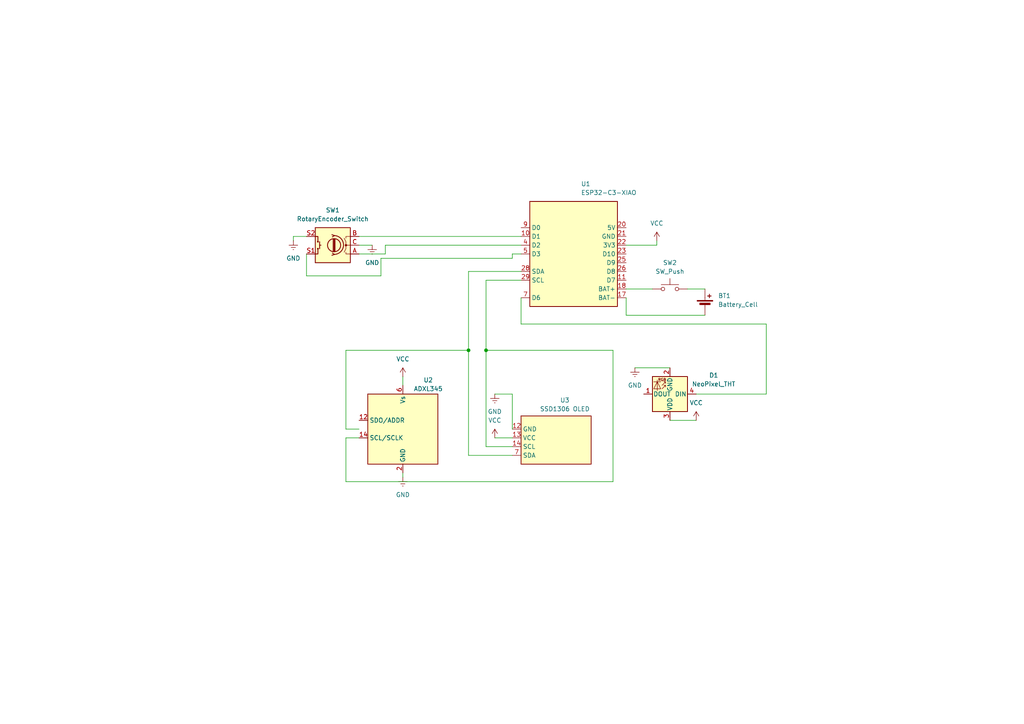
<source format=kicad_sch>
(kicad_sch (version 20250114) (generator "eeschema") (generator_version "9.0")
  (paper "A4")
  (lib_symbols
    (symbol "ADXL343_1"
      (property "Reference" "U3" (at 15.24 6.4202 0))
      (property "Value" "SSD1306 OLED" (at 15.24 3.8802 0))
      (symbol "ADXL343_1_0_1"
        (rectangle (start -10.16 6.35) (end 10.16 -7.62) (stroke (width 0.254)) (fill (type background)))
      )
      (symbol "ADXL343_1_1_1"
        (pin bidirectional line (at -12.7 2.54 0) (length 2.54) (name "GND") (number "12"))
        (pin bidirectional line (at -12.7 0 0) (length 2.54) (name "VCC") (number "13"))
        (pin input line (at -12.7 -2.54 0) (length 2.54) (name "SCL") (number "14"))
        (pin input line (at -12.7 -5.08 0) (length 2.54) (name "SDA") (number "7"))
        (pin no_connect line (at -5.08 -10.16 90) (length 2.54) (hide yes) (name "NC") (number "10"))
        (pin passive line (at 0 -10.16 90) (length 2.54) (hide yes) (name "GND") (number "4"))
        (pin passive line (at 0 -10.16 90) (length 2.54) (hide yes) (name "GND") (number "5"))
      )
    )
    (symbol "Device:Battery_Cell" (pin_numbers (hide yes)) (pin_names (offset 0) (hide yes))
      (property "Reference" "BT" (at 2.54 2.54 0))
      (property "Value" "Battery_Cell" (at 2.54 0 0))
      (symbol "Battery_Cell_0_1"
        (rectangle (start -2.286 1.778) (end 2.286 1.524) (fill (type outline)))
        (rectangle (start -1.524 1.016) (end 1.524 0.508) (fill (type outline)))
        (polyline (pts (xy 0 1.778) (xy 0 2.54)))
        (polyline (pts (xy 0 0.762) (xy 0 0)))
        (polyline (pts (xy 0.762 3.048) (xy 1.778 3.048)) (stroke (width 0.254)))
        (polyline (pts (xy 1.27 3.556) (xy 1.27 2.54)) (stroke (width 0.254)))
      )
      (symbol "Battery_Cell_1_1"
        (pin passive line (at 0 5.08 270) (length 2.54) (name "+") (number "1"))
        (pin passive line (at 0 -2.54 90) (length 2.54) (name "-") (number "2"))
      )
    )
    (symbol "Device:RotaryEncoder_Switch" (pin_names (offset 0.254) (hide yes))
      (property "Reference" "SW" (at 0 6.604 0))
      (property "Value" "RotaryEncoder_Switch" (at 0 -6.604 0))
      (symbol "RotaryEncoder_Switch_0_1"
        (rectangle (start -5.08 5.08) (end 5.08 -5.08) (stroke (width 0.254)) (fill (type background)))
        (polyline (pts (xy -5.08 2.54) (xy -3.81 2.54) (xy -3.81 2.032)))
        (polyline (pts (xy -5.08 0) (xy -3.81 0) (xy -3.81 -1.016) (xy -3.302 -2.032)))
        (polyline (pts (xy -5.08 -2.54) (xy -3.81 -2.54) (xy -3.81 -2.032)))
        (polyline (pts (xy -4.318 0) (xy -3.81 0) (xy -3.81 1.016) (xy -3.302 2.032)))
        (circle (center -3.81 0) (radius 0.254) (fill (type outline)))
        (polyline (pts (xy -0.635 -1.778) (xy -0.635 1.778)) (stroke (width 0.254)))
        (circle (center -0.381 0) (radius 1.905) (stroke (width 0.254)))
        (polyline (pts (xy -0.381 -1.778) (xy -0.381 1.778)) (stroke (width 0.254)))
        (arc (start -0.381 -2.794) (mid -3.0988 -0.0635) (end -0.381 2.667) (stroke (width 0.254)))
        (polyline (pts (xy -0.127 1.778) (xy -0.127 -1.778)) (stroke (width 0.254)))
        (polyline (pts (xy 0.254 2.921) (xy -0.508 2.667) (xy 0.127 2.286)) (stroke (width 0.254)))
        (polyline (pts (xy 0.254 -3.048) (xy -0.508 -2.794) (xy 0.127 -2.413)) (stroke (width 0.254)))
        (polyline (pts (xy 3.81 1.016) (xy 3.81 -1.016)) (stroke (width 0.254)))
        (polyline (pts (xy 3.81 0) (xy 3.429 0)) (stroke (width 0.254)))
        (circle (center 4.318 1.016) (radius 0.127) (stroke (width 0.254)))
        (circle (center 4.318 -1.016) (radius 0.127) (stroke (width 0.254)))
        (polyline (pts (xy 5.08 2.54) (xy 4.318 2.54) (xy 4.318 1.016)) (stroke (width 0.254)))
        (polyline (pts (xy 5.08 -2.54) (xy 4.318 -2.54) (xy 4.318 -1.016)) (stroke (width 0.254)))
      )
      (symbol "RotaryEncoder_Switch_1_1"
        (pin passive line (at -7.62 2.54 0) (length 2.54) (name "A") (number "A"))
        (pin passive line (at -7.62 0 0) (length 2.54) (name "C") (number "C"))
        (pin passive line (at -7.62 -2.54 0) (length 2.54) (name "B") (number "B"))
        (pin passive line (at 7.62 2.54 180) (length 2.54) (name "S1") (number "S1"))
        (pin passive line (at 7.62 -2.54 180) (length 2.54) (name "S2") (number "S2"))
      )
    )
    (symbol "LED:NeoPixel_THT" (pin_names (offset 0.254))
      (property "Reference" "D" (at 5.08 5.715 0))
      (property "Value" "NeoPixel_THT" (at 1.27 -5.715 0))
      (symbol "NeoPixel_THT_0_0"
        (text "RGB" (at 2.286 -4.191 0) (effects (font (size 0.762 0.762))))
      )
      (symbol "NeoPixel_THT_0_1"
        (polyline (pts (xy 1.27 -2.54) (xy 1.778 -2.54)))
        (polyline (pts (xy 1.27 -3.556) (xy 1.778 -3.556)))
        (polyline (pts (xy 2.286 -1.524) (xy 1.27 -2.54) (xy 1.27 -2.032)))
        (polyline (pts (xy 2.286 -2.54) (xy 1.27 -3.556) (xy 1.27 -3.048)))
        (polyline (pts (xy 3.683 -1.016) (xy 3.683 -3.556) (xy 3.683 -4.064)))
        (polyline (pts (xy 4.699 -1.524) (xy 2.667 -1.524) (xy 3.683 -3.556) (xy 4.699 -1.524)))
        (polyline (pts (xy 4.699 -3.556) (xy 2.667 -3.556)))
        (rectangle (start 5.08 5.08) (end -5.08 -5.08) (stroke (width 0.254)) (fill (type background)))
      )
      (symbol "NeoPixel_THT_1_1"
        (pin input line (at -7.62 0 0) (length 2.54) (name "DIN") (number "4"))
        (pin power_in line (at 0 7.62 270) (length 2.54) (name "VDD") (number "3"))
        (pin power_in line (at 0 -7.62 90) (length 2.54) (name "GND") (number "2"))
        (pin output line (at 7.62 0 180) (length 2.54) (name "DOUT") (number "1"))
      )
    )
    (symbol "RF_Module:ESP32-C3-DevKitM-1"
      (property "Reference" "U1" (at 2.1433 20.32 0))
      (property "Value" "ESP32-C3-XIAO" (at 2.1433 17.78 0))
      (symbol "ESP32-C3-DevKitM-1_1_1"
        (rectangle (start -12.7 15.24) (end 12.7 -15.24) (stroke (width 0.254)) (fill (type background)))
        (pin bidirectional line (at -15.24 7.62 0) (length 2.54) (name "D0") (number "9"))
        (pin bidirectional line (at -15.24 5.08 0) (length 2.54) (name "D1") (number "10"))
        (pin bidirectional line (at -15.24 2.54 0) (length 2.54) (name "D2") (number "4"))
        (pin bidirectional line (at -15.24 0 0) (length 2.54) (name "D3") (number "5"))
        (pin bidirectional line (at -15.24 -5.08 0) (length 2.54) (name "SDA") (number "28"))
        (pin bidirectional line (at -15.24 -7.62 0) (length 2.54) (name "SCL") (number "29"))
        (pin input line (at -15.24 -12.7 0) (length 2.54) (name "D6") (number "7"))
        (pin passive line (at 0 17.78 270) (length 2.54) (hide yes) (name "5V") (number "14"))
        (pin passive line (at 0 -17.78 90) (length 2.54) (hide yes) (name "GND") (number "12"))
        (pin passive line (at 0 -17.78 90) (length 2.54) (hide yes) (name "GND") (number "15"))
        (pin passive line (at 0 -17.78 90) (length 2.54) (hide yes) (name "GND") (number "16"))
        (pin passive line (at 0 -17.78 90) (length 2.54) (hide yes) (name "GND") (number "19"))
        (pin passive line (at 0 -17.78 90) (length 2.54) (hide yes) (name "GND") (number "24"))
        (pin passive line (at 0 -17.78 90) (length 2.54) (hide yes) (name "GND") (number "27"))
        (pin passive line (at 0 -17.78 90) (length 2.54) (hide yes) (name "GND") (number "30"))
        (pin passive line (at 0 -17.78 90) (length 2.54) (hide yes) (name "GND") (number "6"))
        (pin passive line (at 0 -17.78 90) (length 2.54) (hide yes) (name "GND") (number "8"))
        (pin passive line (at 15.24 12.7 180) (length 2.54) (hide yes) (name "3V3") (number "3"))
        (pin bidirectional line (at 15.24 7.62 180) (length 2.54) (name "5V") (number "20"))
        (pin bidirectional line (at 15.24 5.08 180) (length 2.54) (name "GND") (number "21"))
        (pin bidirectional line (at 15.24 2.54 180) (length 2.54) (name "3V3") (number "22"))
        (pin bidirectional line (at 15.24 0 180) (length 2.54) (name "D10") (number "23"))
        (pin bidirectional line (at 15.24 -2.54 180) (length 2.54) (name "D9") (number "25"))
        (pin bidirectional line (at 15.24 -5.08 180) (length 2.54) (name "D8") (number "26"))
        (pin bidirectional line (at 15.24 -7.62 180) (length 2.54) (name "D7") (number "11"))
        (pin bidirectional line (at 15.24 -10.16 180) (length 2.54) (name "BAT+") (number "18"))
        (pin bidirectional line (at 15.24 -12.7 180) (length 2.54) (name "BAT-") (number "17"))
      )
    )
    (symbol "Sensor_Motion:ADXL343"
      (property "Reference" "U2" (at 15.24 6.4202 0))
      (property "Value" "ADXL345" (at 15.24 3.8802 0))
      (symbol "ADXL343_0_1"
        (rectangle (start -10.16 10.16) (end 10.16 -10.16) (stroke (width 0.254)) (fill (type background)))
      )
      (symbol "ADXL343_1_1"
        (pin bidirectional line (at -12.7 2.54 0) (length 2.54) (name "SDO/ADDR") (number "12"))
        (pin input line (at -12.7 -2.54 0) (length 2.54) (name "SCL/SCLK") (number "14"))
        (pin no_connect line (at -5.08 -10.16 90) (length 2.54) (hide yes) (name "NC") (number "10"))
        (pin power_in line (at 0 12.7 270) (length 2.54) (name "Vs") (number "6"))
        (pin power_in line (at 0 -12.7 90) (length 2.54) (name "GND") (number "2"))
        (pin passive line (at 0 -12.7 90) (length 2.54) (hide yes) (name "GND") (number "4"))
        (pin passive line (at 0 -12.7 90) (length 2.54) (hide yes) (name "GND") (number "5"))
      )
    )
    (symbol "Switch:SW_Push" (pin_numbers (hide yes)) (pin_names (offset 1.016) (hide yes))
      (property "Reference" "SW" (at 1.27 2.54 0))
      (property "Value" "SW_Push" (at 0 -1.524 0))
      (symbol "SW_Push_0_1"
        (circle (center -2.032 0) (radius 0.508))
        (polyline (pts (xy 0 1.27) (xy 0 3.048)))
        (circle (center 2.032 0) (radius 0.508))
        (polyline (pts (xy 2.54 1.27) (xy -2.54 1.27)))
        (pin passive line (at -5.08 0 0) (length 2.54) (name "1") (number "1"))
        (pin passive line (at 5.08 0 180) (length 2.54) (name "2") (number "2"))
      )
    )
    (symbol "power:GNDREF" (power) (pin_numbers (hide yes)) (pin_names (offset 0) (hide yes))
      (property "Value" "GNDREF" (at 0 -3.81 0))
      (symbol "GNDREF_0_1"
        (polyline (pts (xy -0.635 -1.905) (xy 0.635 -1.905)))
        (polyline (pts (xy -0.127 -2.54) (xy 0.127 -2.54)))
        (polyline (pts (xy 0 -1.27) (xy 0 0)))
        (polyline (pts (xy 1.27 -1.27) (xy -1.27 -1.27)))
      )
      (symbol "GNDREF_1_1"
        (pin power_in line (at 0 0 270) (length 0) (name "~") (number "1"))
      )
    )
    (symbol "power:VCC" (power) (pin_numbers (hide yes)) (pin_names (offset 0) (hide yes))
      (property "Value" "VCC" (at 0 3.556 0))
      (symbol "VCC_0_1"
        (polyline (pts (xy -0.762 1.27) (xy 0 2.54)))
        (polyline (pts (xy 0 2.54) (xy 0.762 1.27)))
        (polyline (pts (xy 0 0) (xy 0 2.54)))
      )
      (symbol "VCC_1_1"
        (pin power_in line (at 0 0 90) (length 0) (name "~") (number "1"))
      )
    )
  )
  (junction (at 135.89 101.6))
  (junction (at 140.97 101.6))
  (wire (pts (xy 100.33 127) (xy 100.33 139.7)))
  (wire (pts (xy 143.51 127) (xy 148.59 127)))
  (wire (pts (xy 222.25 93.98) (xy 151.13 93.98)))
  (wire (pts (xy 104.14 71.12) (xy 107.95 71.12)))
  (wire (pts (xy 140.97 81.28) (xy 151.13 81.28)))
  (wire (pts (xy 143.51 114.3) (xy 148.59 114.3)))
  (wire (pts (xy 140.97 81.28) (xy 140.97 101.6)))
  (wire (pts (xy 104.14 124.46) (xy 100.33 124.46)))
  (wire (pts (xy 199.39 83.82) (xy 204.47 83.82)))
  (wire (pts (xy 100.33 124.46) (xy 100.33 101.6)))
  (wire (pts (xy 148.59 74.93) (xy 148.59 73.66)))
  (wire (pts (xy 135.89 101.6) (xy 135.89 132.08)))
  (wire (pts (xy 85.09 68.58) (xy 85.09 69.85)))
  (wire (pts (xy 140.97 101.6) (xy 140.97 129.54)))
  (wire (pts (xy 177.8 101.6) (xy 140.97 101.6)))
  (wire (pts (xy 181.61 83.82) (xy 189.23 83.82)))
  (wire (pts (xy 100.33 101.6) (xy 135.89 101.6)))
  (wire (pts (xy 104.14 127) (xy 100.33 127)))
  (wire (pts (xy 148.59 73.66) (xy 151.13 73.66)))
  (wire (pts (xy 135.89 132.08) (xy 148.59 132.08)))
  (wire (pts (xy 111.76 71.12) (xy 111.76 73.66)))
  (wire (pts (xy 104.14 68.58) (xy 151.13 68.58)))
  (wire (pts (xy 110.49 74.93) (xy 148.59 74.93)))
  (wire (pts (xy 181.61 71.12) (xy 190.5 71.12)))
  (wire (pts (xy 151.13 93.98) (xy 151.13 86.36)))
  (wire (pts (xy 116.84 109.22) (xy 116.84 111.76)))
  (wire (pts (xy 111.76 73.66) (xy 104.14 73.66)))
  (wire (pts (xy 148.59 114.3) (xy 148.59 124.46)))
  (wire (pts (xy 88.9 80.01) (xy 110.49 80.01)))
  (wire (pts (xy 111.76 71.12) (xy 151.13 71.12)))
  (wire (pts (xy 190.5 71.12) (xy 190.5 69.85)))
  (wire (pts (xy 177.8 139.7) (xy 177.8 101.6)))
  (wire (pts (xy 204.47 91.44) (xy 181.61 91.44)))
  (wire (pts (xy 222.25 114.3) (xy 222.25 93.98)))
  (wire (pts (xy 201.93 114.3) (xy 222.25 114.3)))
  (wire (pts (xy 88.9 68.58) (xy 85.09 68.58)))
  (wire (pts (xy 116.84 137.16) (xy 116.84 138.43)))
  (wire (pts (xy 100.33 139.7) (xy 177.8 139.7)))
  (wire (pts (xy 135.89 78.74) (xy 135.89 101.6)))
  (wire (pts (xy 181.61 91.44) (xy 181.61 86.36)))
  (wire (pts (xy 194.31 121.92) (xy 201.93 121.92)))
  (wire (pts (xy 140.97 129.54) (xy 148.59 129.54)))
  (wire (pts (xy 184.15 106.68) (xy 194.31 106.68)))
  (wire (pts (xy 110.49 80.01) (xy 110.49 74.93)))
  (wire (pts (xy 88.9 73.66) (xy 88.9 80.01)))
  (wire (pts (xy 151.13 78.74) (xy 135.89 78.74)))
  (symbol (lib_id "power:VCC") (at 190.5 69.85 0) (unit 1)
    (property "Reference" "#PWR03" (effects (hide yes)))
    (property "Value" "VCC" (at 190.5 64.77 0))
    (property "Description" "Power symbol creates a global label with name \"VCC\"" (effects (hide yes)))
  )
  (symbol (lib_id "Device:RotaryEncoder_Switch") (at 96.52 71.12 180) (unit 1)
    (property "Reference" "SW1" (at 96.52 60.96 0))
    (property "Value" "RotaryEncoder_Switch" (at 96.52 63.5 0))
    (property "Description" "Rotary encoder, dual channel, incremental quadrate outputs, with switch" (effects (hide yes)))
  )
  (symbol (lib_id "power:GNDREF") (at 143.51 114.3 0) (unit 1)
    (property "Reference" "#PWR09" (effects (hide yes)))
    (property "Value" "GND" (at 143.51 119.38 0))
    (property "Description" "Power symbol creates a global label with name \"GNDREF\" , reference supply ground" (effects (hide yes)))
  )
  (symbol (lib_id "power:GNDREF") (at 116.84 138.43 0) (unit 1)
    (property "Reference" "#PWR08" (effects (hide yes)))
    (property "Value" "GND" (at 116.84 143.51 0))
    (property "Description" "Power symbol creates a global label with name \"GNDREF\" , reference supply ground" (effects (hide yes)))
  )
  (symbol (lib_id "Device:Battery_Cell") (at 204.47 88.9 0) (unit 1)
    (property "Reference" "BT1" (at 208.28 85.7884 0) (effects (justify left)))
    (property "Value" "Battery_Cell" (at 208.28 88.3284 0) (effects (justify left)))
    (property "Description" "Single-cell battery" (effects (hide yes)))
  )
  (symbol (lib_id "Switch:SW_Push") (at 194.31 83.82 0) (unit 1)
    (property "Reference" "SW2" (at 194.31 76.2 0))
    (property "Value" "SW_Push" (at 194.31 78.74 0))
    (property "Description" "Push button switch, generic, two pins" (effects (hide yes)))
  )
  (symbol (lib_id "LED:NeoPixel_THT") (at 194.31 114.3 180) (unit 1)
    (property "Reference" "D1" (at 207.01 108.8546 0))
    (property "Value" "NeoPixel_THT" (at 207.01 111.3946 0))
    (property "Datasheet" "https://www.adafruit.com/product/1938" (effects (hide yes)))
    (property "Description" "RGB LED with integrated controller, 5mm/8mm LED package" (effects (hide yes)))
  )
  (symbol (lib_id "power:VCC") (at 116.84 109.22 0) (unit 1)
    (property "Reference" "#PWR05" (effects (hide yes)))
    (property "Value" "VCC" (at 116.84 104.14 0))
    (property "Description" "Power symbol creates a global label with name \"VCC\"" (effects (hide yes)))
  )
  (symbol (lib_id "power:VCC") (at 201.93 121.92 0) (unit 1)
    (property "Reference" "#PWR04" (effects (hide yes)))
    (property "Value" "VCC" (at 201.93 116.84 0))
    (property "Description" "Power symbol creates a global label with name \"VCC\"" (effects (hide yes)))
  )
  (symbol (lib_id "power:VCC") (at 143.51 127 0) (unit 1)
    (property "Reference" "#PWR06" (effects (hide yes)))
    (property "Value" "VCC" (at 143.51 121.92 0))
    (property "Description" "Power symbol creates a global label with name \"VCC\"" (effects (hide yes)))
  )
  (symbol (lib_id "power:GNDREF") (at 85.09 69.85 0) (unit 1)
    (property "Reference" "#PWR02" (effects (hide yes)))
    (property "Value" "GND" (at 85.09 74.93 0))
    (property "Description" "Power symbol creates a global label with name \"GNDREF\" , reference supply ground" (effects (hide yes)))
  )
  (symbol (lib_id "RF_Module:ESP32-C3-DevKitM-1") (at 166.37 73.66 0) (unit 1)
    (property "Reference" "U1" (at 168.5133 53.34 0) (effects (justify left)))
    (property "Value" "ESP32-C3-XIAO" (at 168.5133 55.88 0) (effects (justify left)))
    (property "Footprint" "RF_Module:ESP32-C3-DevKitM-1" (effects (hide yes)))
    (property "Datasheet" "https://docs.espressif.com/projects/esp-idf/en/latest/esp32c3/hw-reference/esp32c3/user-guide-devkitm-1.html" (effects (hide yes)))
    (property "Description" "Development board featuring ESP32-C3-MINI-1 module" (effects (hide yes)))
  )
  (symbol (lib_name "ADXL343_1") (lib_id "Sensor_Motion:ADXL343") (at 161.29 127 0) (unit 1)
    (property "Reference" "U3" (at 163.83 116.078 0))
    (property "Value" "SSD1306 OLED" (at 163.83 118.618 0))
    (property "Footprint" "Package_LGA:LGA-14_3x5mm_P0.8mm_LayoutBorder1x6y" (effects (hide yes)))
    (property "Datasheet" "https://www.analog.com/media/en/technical-documentation/data-sheets/ADXL343.pdf" (effects (hide yes)))
    (property "Description" "3-Axis MEMS Accelerometer, 2/4/8/16g range, I2C/SPI, LGA-14" (effects (hide yes)))
  )
  (symbol (lib_id "Sensor_Motion:ADXL343") (at 116.84 124.46 0) (unit 1)
    (property "Reference" "U2" (at 124.206 110.236 0))
    (property "Value" "ADXL345" (at 124.206 112.776 0))
    (property "Footprint" "Package_LGA:LGA-14_3x5mm_P0.8mm_LayoutBorder1x6y" (effects (hide yes)))
    (property "Datasheet" "https://www.analog.com/media/en/technical-documentation/data-sheets/ADXL343.pdf" (effects (hide yes)))
    (property "Description" "3-Axis MEMS Accelerometer, 2/4/8/16g range, I2C/SPI, LGA-14" (effects (hide yes)))
  )
  (symbol (lib_id "power:GNDREF") (at 107.95 71.12 0) (unit 1)
    (property "Reference" "#PWR01" (effects (hide yes)))
    (property "Value" "GND" (at 107.95 76.2 0))
    (property "Description" "Power symbol creates a global label with name \"GNDREF\" , reference supply ground" (effects (hide yes)))
  )
  (symbol (lib_id "power:GNDREF") (at 184.15 106.68 0) (unit 1)
    (property "Reference" "#PWR07" (effects (hide yes)))
    (property "Value" "GND" (at 184.15 111.76 0))
    (property "Description" "Power symbol creates a global label with name \"GNDREF\" , reference supply ground" (effects (hide yes)))
  )
)
</source>
